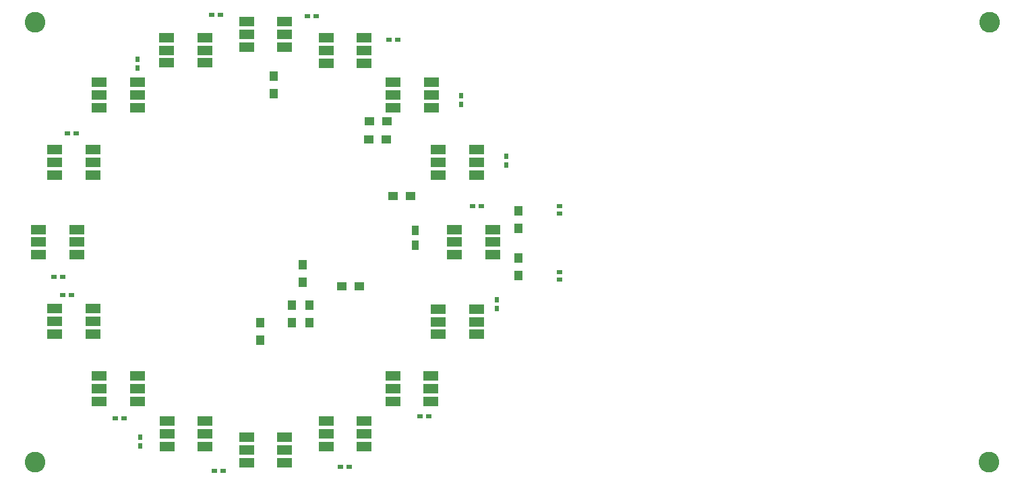
<source format=gbr>
G04 #@! TF.FileFunction,Soldermask,Bot*
%FSLAX46Y46*%
G04 Gerber Fmt 4.6, Leading zero omitted, Abs format (unit mm)*
G04 Created by KiCad (PCBNEW 4.0.6) date 05/01/18 07:54:48*
%MOMM*%
%LPD*%
G01*
G04 APERTURE LIST*
%ADD10C,0.100000*%
%ADD11R,0.851600X1.301600*%
%ADD12R,0.701600X0.601600*%
%ADD13R,0.601600X0.701600*%
%ADD14R,1.001600X1.301600*%
%ADD15R,1.301600X1.001600*%
%ADD16R,1.901600X1.301600*%
%ADD17R,0.701600X0.501600*%
%ADD18C,2.601600*%
G04 APERTURE END LIST*
D10*
D11*
X106807000Y-63883500D03*
X106807000Y-65783500D03*
D12*
X93303000Y-37020500D03*
X94403000Y-37020500D03*
X115167500Y-60833000D03*
X114067500Y-60833000D03*
X82719000Y-94170500D03*
X81619000Y-94170500D03*
X103526500Y-39941500D03*
X104626500Y-39941500D03*
D13*
X117094000Y-73765500D03*
X117094000Y-72665500D03*
X72263000Y-90974000D03*
X72263000Y-89874000D03*
X112585500Y-46948000D03*
X112585500Y-48048000D03*
D12*
X107463500Y-87249000D03*
X108563500Y-87249000D03*
X69173000Y-87566500D03*
X70273000Y-87566500D03*
D13*
X118237000Y-54631500D03*
X118237000Y-55731500D03*
D12*
X97430500Y-93662500D03*
X98530500Y-93662500D03*
X63669000Y-72009000D03*
X62569000Y-72009000D03*
D14*
X93535500Y-75522000D03*
X93535500Y-73322000D03*
X92710000Y-68242000D03*
X92710000Y-70442000D03*
X89027000Y-46693000D03*
X89027000Y-44493000D03*
X87376000Y-77744500D03*
X87376000Y-75544500D03*
X91376500Y-75522000D03*
X91376500Y-73322000D03*
D15*
X101008000Y-52514500D03*
X103208000Y-52514500D03*
X101071500Y-50165000D03*
X103271500Y-50165000D03*
X97579000Y-70929500D03*
X99779000Y-70929500D03*
X104056000Y-59563000D03*
X106256000Y-59563000D03*
D14*
X119761000Y-67416500D03*
X119761000Y-69616500D03*
X119761000Y-61447500D03*
X119761000Y-63647500D03*
D16*
X85651000Y-37700000D03*
X90451000Y-37700000D03*
X90451000Y-39300000D03*
X85651000Y-39300000D03*
X85651000Y-40900000D03*
X90451000Y-40900000D03*
X111751000Y-63800000D03*
X116551000Y-63800000D03*
X116551000Y-65400000D03*
X111751000Y-65400000D03*
X111751000Y-67000000D03*
X116551000Y-67000000D03*
X90451000Y-93100000D03*
X85651000Y-93100000D03*
X85651000Y-91500000D03*
X90451000Y-91500000D03*
X90451000Y-89900000D03*
X85651000Y-89900000D03*
X95651000Y-39700000D03*
X100451000Y-39700000D03*
X100451000Y-41300000D03*
X95651000Y-41300000D03*
X95651000Y-42900000D03*
X100451000Y-42900000D03*
X109751000Y-73800000D03*
X114551000Y-73800000D03*
X114551000Y-75400000D03*
X109751000Y-75400000D03*
X109751000Y-77000000D03*
X114551000Y-77000000D03*
X80451000Y-91100000D03*
X75651000Y-91100000D03*
X75651000Y-89500000D03*
X80451000Y-89500000D03*
X80451000Y-87900000D03*
X75651000Y-87900000D03*
X104051000Y-45300000D03*
X108851000Y-45300000D03*
X108851000Y-46900000D03*
X104051000Y-46900000D03*
X104051000Y-48500000D03*
X108851000Y-48500000D03*
X108826000Y-85420000D03*
X104026000Y-85420000D03*
X104026000Y-83820000D03*
X108826000Y-83820000D03*
X108826000Y-82220000D03*
X104026000Y-82220000D03*
X71951000Y-85400000D03*
X67151000Y-85400000D03*
X67151000Y-83800000D03*
X71951000Y-83800000D03*
X71951000Y-82200000D03*
X67151000Y-82200000D03*
X109751000Y-53800000D03*
X114551000Y-53800000D03*
X114551000Y-55400000D03*
X109751000Y-55400000D03*
X109751000Y-57000000D03*
X114551000Y-57000000D03*
X100451000Y-91100000D03*
X95651000Y-91100000D03*
X95651000Y-89500000D03*
X100451000Y-89500000D03*
X100451000Y-87900000D03*
X95651000Y-87900000D03*
X61544500Y-73774500D03*
X66344500Y-73774500D03*
X66344500Y-75374500D03*
X61544500Y-75374500D03*
X61544500Y-76974500D03*
X66344500Y-76974500D03*
D17*
X124968000Y-60891000D03*
X124968000Y-61791000D03*
X124968000Y-69209500D03*
X124968000Y-70109500D03*
D18*
X59055000Y-37719000D03*
X59055000Y-93027500D03*
X178943000Y-37719000D03*
X178879500Y-93027500D03*
D12*
X61426000Y-69723000D03*
X62526000Y-69723000D03*
X64240500Y-51752500D03*
X63140500Y-51752500D03*
D13*
X71945500Y-43476000D03*
X71945500Y-42376000D03*
D12*
X81301500Y-36830000D03*
X82401500Y-36830000D03*
D16*
X64351000Y-67000000D03*
X59551000Y-67000000D03*
X59551000Y-65400000D03*
X64351000Y-65400000D03*
X64351000Y-63800000D03*
X59551000Y-63800000D03*
X61544500Y-53772000D03*
X66344500Y-53772000D03*
X66344500Y-55372000D03*
X61544500Y-55372000D03*
X61544500Y-56972000D03*
X66344500Y-56972000D03*
X67132500Y-45326500D03*
X71932500Y-45326500D03*
X71932500Y-46926500D03*
X67132500Y-46926500D03*
X67132500Y-48526500D03*
X71932500Y-48526500D03*
X75641500Y-39675000D03*
X80441500Y-39675000D03*
X80441500Y-41275000D03*
X75641500Y-41275000D03*
X75641500Y-42875000D03*
X80441500Y-42875000D03*
M02*

</source>
